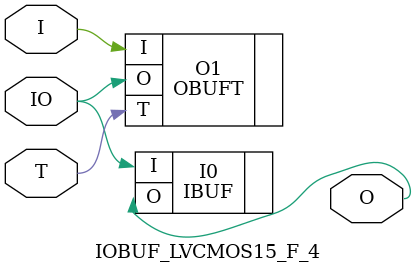
<source format=v>


`timescale  1 ps / 1 ps


module IOBUF_LVCMOS15_F_4 (O, IO, I, T);

    output O;

    inout  IO;

    input  I, T;

        OBUFT #(.IOSTANDARD("LVCMOS15"), .SLEW("FAST"), .DRIVE(4)) O1 (.O(IO), .I(I), .T(T)); 
	IBUF #(.IOSTANDARD("LVCMOS15"))  I0 (.O(O), .I(IO));
        

endmodule



</source>
